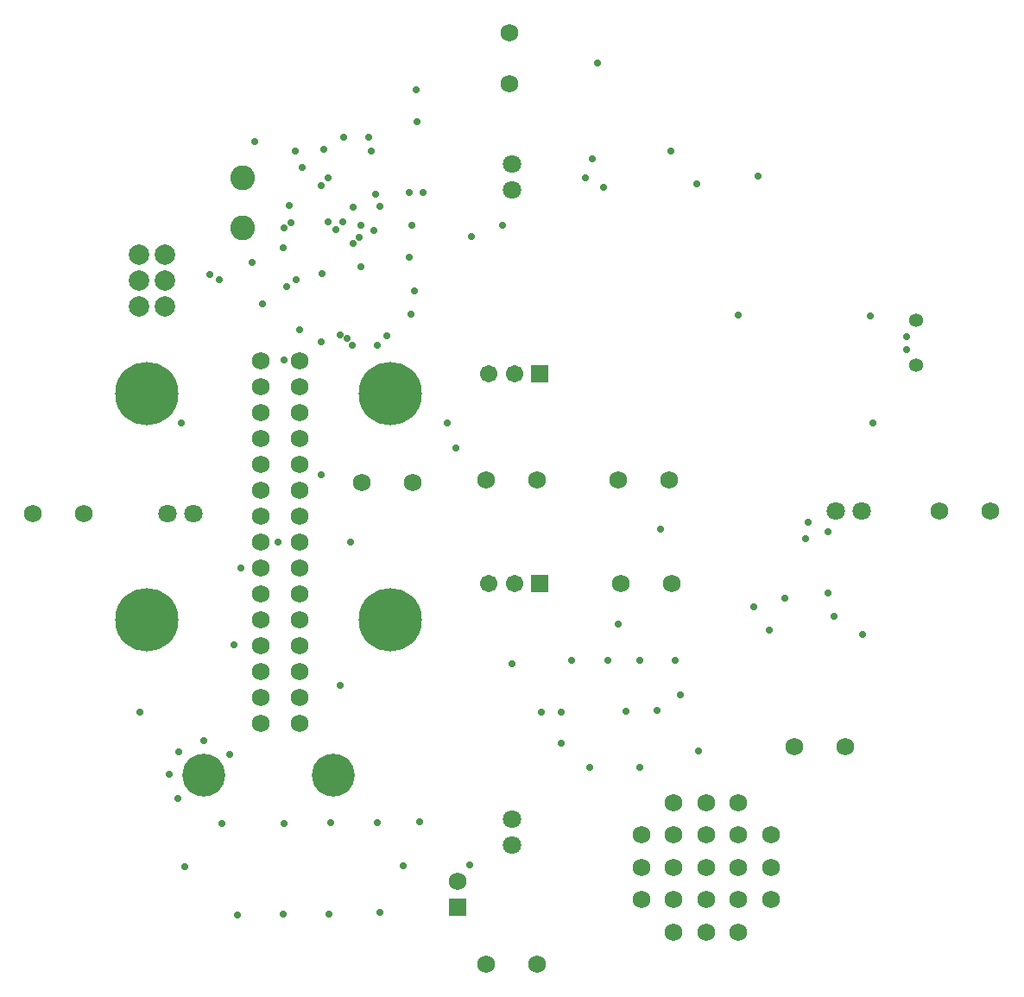
<source format=gbs>
G04 Layer_Color=8150272*
%FSAX24Y24*%
%MOIN*%
G70*
G01*
G75*
%ADD71C,0.0534*%
%ADD72C,0.0789*%
%ADD73C,0.0680*%
%ADD74C,0.0710*%
%ADD75C,0.1655*%
%ADD76C,0.2442*%
%ADD77R,0.0671X0.0671*%
%ADD78C,0.0671*%
%ADD79C,0.0690*%
%ADD80R,0.0690X0.0690*%
%ADD81C,0.0955*%
%ADD82C,0.0280*%
D71*
X084350Y035366D02*
D03*
Y033634D02*
D03*
D72*
X054350Y035900D02*
D03*
X055350D02*
D03*
X054350Y037900D02*
D03*
X055350D02*
D03*
Y036900D02*
D03*
X054350D02*
D03*
D73*
X068650Y046484D02*
D03*
Y044516D02*
D03*
X050266Y027900D02*
D03*
X052234D02*
D03*
X085266Y028000D02*
D03*
X087234D02*
D03*
X067766Y010500D02*
D03*
X069734D02*
D03*
X074934Y025200D02*
D03*
X072966D02*
D03*
X062966Y029100D02*
D03*
X064934D02*
D03*
X067766Y029200D02*
D03*
X069734D02*
D03*
X072866D02*
D03*
X074834D02*
D03*
X059050Y033800D02*
D03*
Y032800D02*
D03*
Y031800D02*
D03*
Y030800D02*
D03*
Y029800D02*
D03*
Y028800D02*
D03*
Y027800D02*
D03*
Y026800D02*
D03*
Y025800D02*
D03*
Y024800D02*
D03*
Y023800D02*
D03*
Y022800D02*
D03*
Y021800D02*
D03*
Y020800D02*
D03*
Y019800D02*
D03*
X060550Y033800D02*
D03*
Y032800D02*
D03*
Y031800D02*
D03*
Y030800D02*
D03*
Y029800D02*
D03*
Y028800D02*
D03*
Y027800D02*
D03*
Y026800D02*
D03*
Y025800D02*
D03*
Y024800D02*
D03*
Y023800D02*
D03*
Y022800D02*
D03*
Y021800D02*
D03*
Y020800D02*
D03*
Y019800D02*
D03*
X079666Y018900D02*
D03*
X081634D02*
D03*
X073750Y015500D02*
D03*
X075000D02*
D03*
X076250D02*
D03*
X077500D02*
D03*
X078750D02*
D03*
Y014250D02*
D03*
X077500D02*
D03*
X076250D02*
D03*
X075000D02*
D03*
X073750D02*
D03*
X078750Y013000D02*
D03*
X077500D02*
D03*
X076250D02*
D03*
X075000D02*
D03*
X073750D02*
D03*
X077500Y011750D02*
D03*
X076250D02*
D03*
X075000D02*
D03*
X077500Y016750D02*
D03*
X076250D02*
D03*
X075000D02*
D03*
D74*
X068750Y041400D02*
D03*
Y040400D02*
D03*
Y015100D02*
D03*
Y016100D02*
D03*
X082250Y028000D02*
D03*
X081250D02*
D03*
X055450Y027900D02*
D03*
X056450D02*
D03*
D75*
X056850Y017800D02*
D03*
X061850D02*
D03*
D76*
X064041Y023800D02*
D03*
X054659D02*
D03*
Y032552D02*
D03*
X064041D02*
D03*
D77*
X069834Y033300D02*
D03*
Y025200D02*
D03*
D78*
X068850Y033300D02*
D03*
X067866D02*
D03*
X068850Y025200D02*
D03*
X067866D02*
D03*
D79*
X066650Y013700D02*
D03*
D80*
Y012700D02*
D03*
D81*
X058350Y038939D02*
D03*
Y040861D02*
D03*
D82*
X074500Y027300D02*
D03*
X061390Y029420D02*
D03*
X067130Y014340D02*
D03*
X056130Y014290D02*
D03*
X065200Y016000D02*
D03*
X058140Y012420D02*
D03*
X059930Y012440D02*
D03*
X061700Y012450D02*
D03*
X063650Y012500D02*
D03*
X063550Y015980D02*
D03*
X061740Y015960D02*
D03*
X064540Y014310D02*
D03*
X057560Y015940D02*
D03*
X059960D02*
D03*
X059120Y036000D02*
D03*
X058720Y037614D02*
D03*
X059930Y038180D02*
D03*
X060150Y039800D02*
D03*
X065330Y040320D02*
D03*
X064790D02*
D03*
X061470Y041990D02*
D03*
X063545Y034400D02*
D03*
X062570D02*
D03*
X080960Y027210D02*
D03*
X063480Y040240D02*
D03*
X060560Y035000D02*
D03*
X062930Y039043D02*
D03*
X062380Y034660D02*
D03*
X062530Y026800D02*
D03*
X063430Y038840D02*
D03*
X063650Y039770D02*
D03*
X075870Y040640D02*
D03*
X060430Y036950D02*
D03*
X057460D02*
D03*
X062930Y037440D02*
D03*
X061430Y037190D02*
D03*
X061390Y034530D02*
D03*
X061663Y039193D02*
D03*
X082700Y031400D02*
D03*
X058290Y025800D02*
D03*
X060650Y041290D02*
D03*
X062220Y039160D02*
D03*
X072300Y040505D02*
D03*
X061663Y040880D02*
D03*
X058010Y022840D02*
D03*
X066250Y031420D02*
D03*
X080950Y024840D02*
D03*
X054385Y020230D02*
D03*
X079270Y024650D02*
D03*
X059714Y026800D02*
D03*
X062255Y042440D02*
D03*
X061370Y040570D02*
D03*
X062610Y039730D02*
D03*
X056000Y031420D02*
D03*
X062130Y021280D02*
D03*
Y034810D02*
D03*
X061950Y038890D02*
D03*
X081180Y023950D02*
D03*
X072850Y023640D02*
D03*
X066580Y030430D02*
D03*
X062840Y038570D02*
D03*
X062610Y038340D02*
D03*
X071580Y040880D02*
D03*
X059938Y038939D02*
D03*
X060040Y036660D02*
D03*
X082280Y023240D02*
D03*
X057070Y037130D02*
D03*
X080170Y027590D02*
D03*
X080100Y026940D02*
D03*
X078090Y024300D02*
D03*
X063230Y042440D02*
D03*
X071864Y041626D02*
D03*
X060210Y039128D02*
D03*
X069900Y020250D02*
D03*
X070650D02*
D03*
Y019050D02*
D03*
X071750Y018100D02*
D03*
X073150Y020284D02*
D03*
X074350Y020300D02*
D03*
X072450Y022250D02*
D03*
X073700D02*
D03*
X071050D02*
D03*
X075950Y018750D02*
D03*
X075250Y020900D02*
D03*
X075050Y022250D02*
D03*
X073700Y018100D02*
D03*
X084000Y034750D02*
D03*
Y034250D02*
D03*
X082600Y035550D02*
D03*
X063320Y041920D02*
D03*
X064787Y037810D02*
D03*
X060390Y041920D02*
D03*
X065040Y044270D02*
D03*
X065080Y043040D02*
D03*
X058814Y042268D02*
D03*
X077486Y035580D02*
D03*
X064984Y036500D02*
D03*
X063920Y034760D02*
D03*
X064850Y035600D02*
D03*
X055533Y017850D02*
D03*
X056850Y019150D02*
D03*
X057850Y018600D02*
D03*
X055900Y018700D02*
D03*
X055850Y016900D02*
D03*
X068744Y022120D02*
D03*
X059950Y033850D02*
D03*
X072050Y045300D02*
D03*
X074900Y041900D02*
D03*
X078250Y040950D02*
D03*
X078700Y023400D02*
D03*
X064900Y039050D02*
D03*
X067200Y038600D02*
D03*
X068380Y039040D02*
D03*
M02*

</source>
